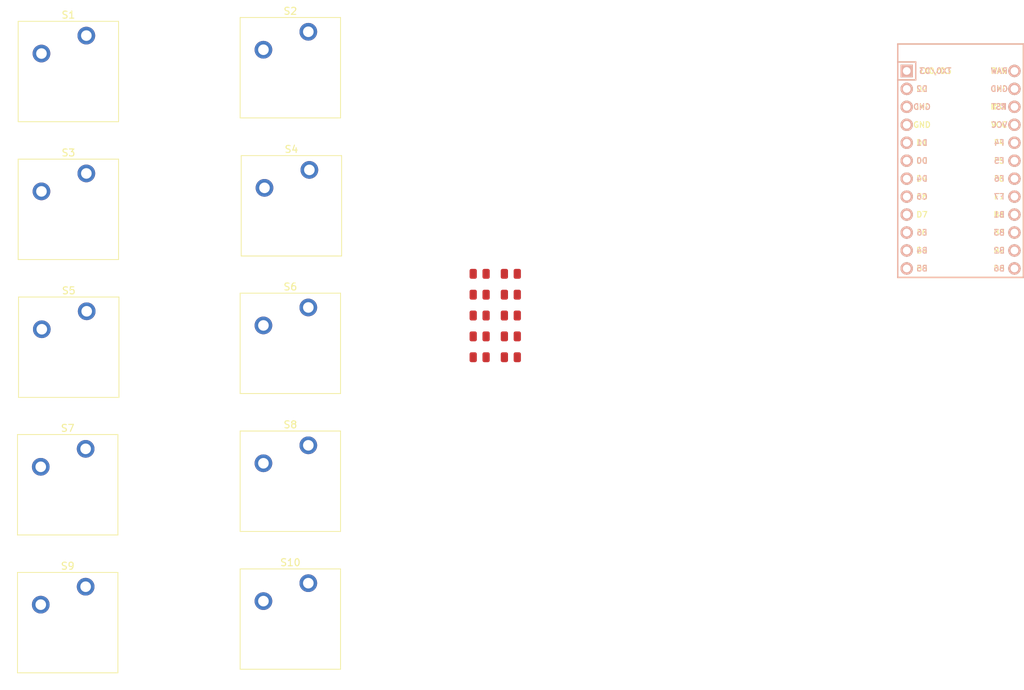
<source format=kicad_pcb>
(kicad_pcb (version 20240108) (generator "pcbnew") (generator_version "8.0")
  (layers (0 "F.Cu" signal) (31 "B.Cu" signal) (34 "B.Paste" user) (35 "F.Paste" user) (36 "B.SilkS" user "B.Silkscreen") (37 "F.SilkS" user "F.Silkscreen") (38 "B.Mask" user) (39 "F.Mask" user) (44 "Edge.Cuts" user))
  (net 0 "")
  (net 1 "Row 0")
  (net 2 "Net-(D1-A)")
  (net 3 "Net-(D2-A)")
  (net 4 "Net-(D3-A)")
  (net 5 "Row 1")
  (net 6 "Net-(D4-A)")
  (net 7 "Row 2")
  (net 8 "Net-(D5-A)")
  (net 9 "Net-(D6-A)")
  (net 10 "Row 3")
  (net 11 "Net-(D7-A)")
  (net 12 "Net-(D8-A)")
  (net 13 "Net-(D9-A)")
  (net 14 "Row 4")
  (net 15 "Net-(D10-A)")
  (net 16 "Col 0")
  (net 17 "col 1")
  (footprint "ScottoKeebs_MX:MX_PCB_1.00u" (layer "F.Cu") (at 104.91 68.58)
    (property "Reference" "S3" (at 0 -8 0) (layer "F.SilkS"))
    (property "Value" "Keyswitch")
    (fp_line (start -7.1 -7.1) (end -7.1 7.1) (stroke (width 0.12)) (layer "F.SilkS"))
    (fp_line (start -7.1 7.1) (end 7.1 7.1) (stroke (width 0.12)) (layer "F.SilkS"))
    (fp_line (start 7.1 -7.1) (end -7.1 -7.1) (stroke (width 0.12)) (layer "F.SilkS"))
    (fp_line (start 7.1 7.1) (end 7.1 -7.1) (stroke (width 0.12)) (layer "F.SilkS"))
    (pad "" np_thru_hole circle (at -5.08 0) (size 1.75 1.75) (drill 1.75) (layers "*.Cu" "*.Mask"))
    (pad "" np_thru_hole circle (at 0 0) (size 4 4) (drill 4) (layers "*.Cu" "*.Mask"))
    (pad "" np_thru_hole circle (at 5.08 0) (size 1.75 1.75) (drill 1.75) (layers "*.Cu" "*.Mask"))
    (pad "1" thru_hole circle (at -3.81 -2.54) (size 2.5 2.5) (drill 1.5) (layers "*.Cu" "*.Mask") (net 16 "Col 0"))
    (pad "2" thru_hole circle (at 2.54 -5.08) (size 2.5 2.5) (drill 1.5) (layers "*.Cu" "*.Mask") (net 4 "Net-(D3-A)"))
  )
  (footprint "ScottoKeebs_MCU:Arduino_Pro_Micro" (layer "F.Cu") (at 231.12 62.97)
    (property "Reference" "U1" (hide yes))
    (property "Value" "Arduino_Pro_Micro" (hide yes))
    (fp_line (start -8.89 -17.78) (end -8.89 15.24) (stroke (width 0.2)) (layer "B.SilkS"))
    (fp_line (start -8.89 15.24) (end 8.89 15.24) (stroke (width 0.2)) (layer "B.SilkS"))
    (fp_line (start -6.35 -15.24) (end -8.89 -15.24) (stroke (width 0.2)) (layer "B.SilkS"))
    (fp_line (start -6.35 -15.24) (end -6.35 -12.7) (stroke (width 0.2)) (layer "B.SilkS"))
    (fp_line (start -6.35 -12.7) (end -8.89 -12.7) (stroke (width 0.2)) (layer "B.SilkS"))
    (fp_line (start 8.89 -17.78) (end -8.89 -17.78) (stroke (width 0.2)) (layer "B.SilkS"))
    (fp_line (start 8.89 15.24) (end 8.89 -17.78) (stroke (width 0.2)) (layer "B.SilkS"))
    (fp_poly (pts (xy 5.844635 -9.35097) (xy 5.844635 -9.25097) (xy 6.344635 -9.25097) (xy 6.344635 -9.35097)) (stroke (width 0.15)) (fill solid) (layer "B.SilkS"))
    (fp_poly (pts (xy 5.844635 -9.35097) (xy 5.844635 -9.05097) (xy 5.944635 -9.05097) (xy 5.944635 -9.35097)) (stroke (width 0.15)) (fill solid) (layer "B.SilkS"))
    (fp_poly (pts (xy 5.844635 -8.75097) (xy 5.844635 -8.55097) (xy 5.944635 -8.55097) (xy 5.944635 -8.75097)) (stroke (width 0.15)) (fill solid) (layer "B.SilkS"))
    (fp_poly (pts (xy 6.044635 -8.95097) (xy 6.044635 -8.85097) (xy 6.144635 -8.85097) (xy 6.144635 -8.95097)) (stroke (width 0.15)) (fill solid) (layer "B.SilkS"))
    (fp_poly (pts (xy 6.244635 -9.35097) (xy 6.244635 -8.55097) (xy 6.344635 -8.55097) (xy 6.344635 -9.35097)) (stroke (width 0.15)) (fill solid) (layer "B.SilkS"))
    (fp_line (start -8.89 -17.78) (end -8.89 15.24) (stroke (width 0.2)) (layer "F.SilkS"))
    (fp_line (start -8.89 15.24) (end 8.89 15.24) (stroke (width 0.2)) (layer "F.SilkS"))
    (fp_line (start -6.35 -15.24) (end -8.89 -15.24) (stroke (width 0.2)) (layer "F.SilkS"))
    (fp_line (start -6.35 -15.24) (end -6.35 -12.7) (stroke (width 0.2)) (layer "F.SilkS"))
    (fp_line (start -6.35 -12.7) (end -8.89 -12.7) (stroke (width 0.2)) (layer "F.SilkS"))
    (fp_line (start 8.89 -17.78) (end -8.89 -17.78) (stroke (width 0.2)) (layer "F.SilkS"))
    (fp_line (start 8.89 15.24) (end 8.89 -17.78) (stroke (width 0.2)) (layer "F.SilkS"))
    (fp_poly (pts (xy 4.531568 -9.36064) (xy 4.531568 -8.56064) (xy 4.431568 -8.56064) (xy 4.431568 -9.36064)) (stroke (width 0.15)) (fill solid) (layer "F.SilkS"))
    (fp_poly (pts (xy 4.731568 -8.96064) (xy 4.731568 -8.86064) (xy 4.631568 -8.86064) (xy 4.631568 -8.96064)) (stroke (width 0.15)) (fill solid) (layer "F.SilkS"))
    (fp_poly (pts (xy 4.931568 -9.36064) (xy 4.931568 -9.26064) (xy 4.431568 -9.26064) (xy 4.431568 -9.36064)) (stroke (width 0.15)) (fill solid) (layer "F.SilkS"))
    (fp_poly (pts (xy 4.931568 -9.36064) (xy 4.931568 -9.06064) (xy 4.831568 -9.06064) (xy 4.831568 -9.36064)) (stroke (width 0.15)) (fill solid) (layer "F.SilkS"))
    (fp_poly (pts (xy 4.931568 -8.76064) (xy 4.931568 -8.56064) (xy 4.831568 -8.56064) (xy 4.831568 -8.76064)) (stroke (width 0.15)) (fill solid) (layer "F.SilkS"))
    (fp_text user "B4" (at -5.461 11.43 0) (layer "B.SilkS") (effects (font (size 0.8 0.8)) (justify mirror)))
    (fp_text user "C6" (at -5.461 3.81 0) (layer "B.SilkS") (effects (font (size 0.8 0.8)) (justify mirror)))
    (fp_text user "GND" (at 5.461 -11.43 0) (layer "B.SilkS") (effects (font (size 0.8 0.8)) (justify mirror)))
    (fp_text user "F6" (at 5.461 1.27 0) (layer "B.SilkS") (effects (font (size 0.8 0.8)) (justify mirror)))
    (fp_text user "TX0/D3" (at -3.571872 -13.97 0) (layer "B.SilkS") (effects (font (size 0.8 0.8)) (justify mirror)))
    (fp_text user "D0" (at -5.461 -1.27 0) (layer "B.SilkS") (effects (font (size 0.8 0.8)) (justify mirror)))
    (fp_text user "D4" (at -5.461 1.27 0) (layer "B.SilkS") (effects (font (size 0.8 0.8)) (justify mirror)))
    (fp_text user "F5" (at 5.461 -1.27 0) (layer "B.SilkS") (effects (font (size 0.8 0.8)) (justify mirror)))
    (fp_text user "D2" (at -5.461 -11.43 0) (layer "B.SilkS") (effects (font (size 0.8 0.8)) (justify mirror)))
    (fp_text user "VCC" (at 5.461 -6.35 0) (layer "B.SilkS") (effects (font (size 0.8 0.8)) (justify mirror)))
    (fp_text user "B5" (at -5.461 13.97 0) (layer "B.SilkS") (effects (font (size 0.8 0.8)) (justify mirror)))
    (fp_text user "B6" (at 5.461 13.97 0) (layer "B.SilkS") (effects (font (size 0.8 0.8)) (justify mirror)))
    (fp_text user "RAW" (at 5.461 -13.97 0) (layer "B.SilkS") (effects (font (size 0.8 0.8)) (justify mirror)))
    (fp_text user "ST" (at 5.04 -8.91 0) (layer "B.SilkS") (effects (font (size 0.8 0.8)) (justify mirror)))
    (fp_text user "B3" (at 5.461 8.89 0) (layer "B.SilkS") (effects (font (size 0.8 0.8)) (justify mirror)))
    (fp_text user "D1" (at -5.461 -3.81 0) (layer "B.SilkS") (effects (font (size 0.8 0.8)) (justify mirror)))
    (fp_text user "E6" (at -5.461 8.89 0) (layer "B.SilkS") (effects (font (size 0.8 0.8)) (justify mirror)))
    (fp_text user "B1" (at 5.461 6.35 0) (layer "B.SilkS") (effects (font (size 0.8 0.8)) (justify mirror)))
    (fp_text user "F4" (at 5.461 -3.81 0) (layer "B.SilkS") (effects (font (size 0.8 0.8)) (justify mirror)))
    (fp_text user "GND" (at -5.461 -8.89 0) (layer "B.SilkS") (effects (font (size 0.8 0.8)) (justify mirror)))
    (fp_text user "B2" (at 5.461 11.43 0) (layer "B.SilkS") (effects (font (size 0.8 0.8)) (justify mirror)))
    (fp_text user "F7" (at 5.461 3.81 0) (layer "B.SilkS") (effects (font (size 0.8 0.8)) (justify mirror)))
    (fp_text user "B1" (at 5.461 6.35 0) (layer "F.SilkS") (effects (font (size 0.8 0.8))))
    (fp_text user "F6" (at 5.461 1.27 0) (layer "F.SilkS") (effects (font (size 0.8 0.8))))
    (fp_text user "B3" (at 5.461 8.89 0) (layer "F.SilkS") (effects (font (size 0.8 0.8))))
    (fp_text user "B4" (at -5.461 11.43 0) (layer "F.SilkS") (effects (font (size 0.8 0.8))))
    (fp_text user "F5" (at 5.461 -1.27 0) (layer "F.SilkS") (effects (font (size 0.8 0.8))))
    (fp_text user "ST" (at 5.73312 -8.92 0) (layer "F.SilkS") (effects (font (size 0.8 0.8))))
    (fp_text user "C6" (at -5.461 3.81 0) (layer "F.SilkS") (effects (font (size 0.8 0.8))))
    (fp_text user "B6" (at 5.461 13.97 0) (layer "F.SilkS") (effects (font (size 0.8 0.8))))
    (fp_text user "RAW" (at 5.461 -13.97 0) (layer "F.SilkS") (effects (font (size 0.8 0.8))))
    (fp_text user "F4" (at 5.461 -3.81 0) (layer "F.SilkS") (effects (font (size 0.8 0.8))))
    (fp_text user "VCC" (at 5.461 -6.35 0) (layer "F.SilkS") (effects (font (size 0.8 0.8))))
    (fp_text user "D4" (at -5.461 1.27 0) (layer "F.SilkS") (effects (font (size 0.8 0.8))))
    (fp_text user "GND" (at -5.461 -6.35 0) (layer "F.SilkS") (effects (font (size 0.8 0.8))))
    (fp_text user "D7" (at -5.461 6.35 0) (layer "F.SilkS") (effects (font (size 0.8 0.8))))
    (fp_text user "E6" (at -5.461 8.89 0) (layer "F.SilkS") (effects (font (size 0.8 0.8))))
    (fp_text user "TX0/D3" (at -3.571872 -13.97 0) (layer "F.SilkS") (effects (font (size 0.8 0.8))))
    (fp_text user "D2" (at -5.461 -11.43 0) (layer "F.SilkS") (effects (font (size 0.8 0.8))))
    (fp_text user "B5" (at -5.461 13.97 0) (layer "F.SilkS") (effects (font (size 0.8 0.8))))
    (fp_text user "D0" (at -5.461 -1.27 0) (layer "F.SilkS") (effects (font (size 0.8 0.8))))
    (fp_text user "B2" (at 5.461 11.43 0) (layer "F.SilkS") (effects (font (size 0.8 0.8))))
    (fp_text user "GND" (at 5.461 -11.43 0) (layer "F.SilkS") (effects (font (size 0.8 0.8))))
    (fp_text user "D1" (at -5.461 -3.81 0) (layer "F.SilkS") (effects (font (size 0.8 0.8))))
    (fp_text user "GND" (at -5.461 -8.89 0) (layer "F.SilkS") (effects (font (size 0.8 0.8))))
    (fp_text user "F7" (at 5.461 3.81 0) (layer "F.SilkS") (effects (font (size 0.8 0.8))))
    (pad "1" thru_hole rect (at -7.62 -13.97 270) (size 1.7526 1.7526) (drill 1.0922) (layers "*.Cu" "*.SilkS" "*.Mask"))
    (pad "2" thru_hole circle (at -7.62 -11.43 270) (size 1.7526 1.7526) (drill 1.0922) (layers "*.Cu" "*.SilkS" "*.Mask"))
    (pad "3" thru_hole circle (at -7.62 -8.89 270) (size 1.7526 1.7526) (drill 1.0922) (layers "*.Cu" "*.SilkS" "*.Mask"))
    (pad "4" thru_hole circle (at -7.62 -6.35 270) (size 1.7526 1.7526) (drill 1.0922) (layers "*.Cu" "*.SilkS" "*.Mask"))
    (pad "5" thru_hole circle (at -7.62 -3.81 270) (size 1.7526 1.7526) (drill 1.0922) (layers "*.Cu" "*.SilkS" "*.Mask") (net 17 "col 1"))
    (pad "6" thru_hole circle (at -7.62 -1.27 270) (size 1.7526 1.7526) (drill 1.0922) (layers "*.Cu" "*.SilkS" "*.Mask") (net 16 "Col 0"))
    (pad "7" thru_hole circle (at -7.62 1.27 270) (size 1.7526 1.7526) (drill 1.0922) (layers "*.Cu" "*.SilkS" "*.Mask") (net 10 "Row 3"))
    (pad "8" thru_hole circle (at -7.62 3.81 270) (size 1.7526 1.7526) (drill 1.0922) (layers "*.Cu" "*.SilkS" "*.Mask") (net 7 "Row 2"))
    (pad "9" thru_hole circle (at -7.62 6.35 270) (size 1.7526 1.7526) (drill 1.0922) (layers "*.Cu" "*.SilkS" "*.Mask") (net 14 "Row 4"))
    (pad "10" thru_hole circle (at -7.62 8.89 270) (size 1.7526 1.7526) (drill 1.0922) (layers "*.Cu" "*.SilkS" "*.Mask") (net 5 "Row 1"))
    (pad "11" thru_hole circle (at -7.62 11.43 270) (size 1.7526 1.7526) (drill 1.0922) (layers "*.Cu" "*.SilkS" "*.Mask") (net 1 "Row 0"))
    (pad "12" thru_hole circle (at -7.62 13.97 270) (size 1.7526 1.7526) (drill 1.0922) (layers "*.Cu" "*.SilkS" "*.Mask"))
    (pad "13" thru_hole circle (at 7.62 13.97 270) (size 1.7526 1.7526) (drill 1.0922) (layers "*.Cu" "*.SilkS" "*.Mask"))
    (pad "14" thru_hole circle (at 7.62 11.43 270) (size 1.7526 1.7526) (drill 1.0922) (layers "*.Cu" "*.SilkS" "*.Mask"))
    (pad "15" thru_hole circle (at 7.62 8.89 270) (size 1.7526 1.7526) (drill 1.0922) (layers "*.Cu" "*.SilkS" "*.Mask"))
    (pad "16" thru_hole circle (at 7.62 6.35 270) (size 1.7526 1.7526) (drill 1.0922) (layers "*.Cu" "*.SilkS" "*.Mask"))
    (pad "17" thru_hole circle (at 7.62 3.81 270) (size 1.7526 1.7526) (drill 1.0922) (layers "*.Cu" "*.SilkS" "*.Mask"))
    (pad "18" thru_hole circle (at 7.62 1.27 270) (size 1.7526 1.7526) (drill 1.0922) (layers "*.Cu" "*.SilkS" "*.Mask"))
    (pad "19" thru_hole circle (at 7.62 -1.27 270) (size 1.7526 1.7526) (drill 1.0922) (layers "*.Cu" "*.SilkS" "*.Mask"))
    (pad "20" thru_hole circle (at 7.62 -3.81 270) (size 1.7526 1.7526) (drill 1.0922) (layers "*.Cu" "*.SilkS" "*.Mask"))
    (pad "21" thru_hole circle (at 7.62 -6.35 270) (size 1.7526 1.7526) (drill 1.0922) (layers "*.Cu" "*.SilkS" "*.Mask"))
    (pad "22" thru_hole circle (at 7.62 -8.89 270) (size 1.7526 1.7526) (drill 1.0922) (layers "*.Cu" "*.SilkS" "*.Mask"))
    (pad "23" thru_hole circle (at 7.62 -11.43 270) (size 1.7526 1.7526) (drill 1.0922) (layers "*.Cu" "*.SilkS" "*.Mask"))
    (pad "24" thru_hole circle (at 7.62 -13.97 270) (size 1.7526 1.7526) (drill 1.0922) (layers "*.Cu" "*.SilkS" "*.Mask"))
  )
  (footprint "ScottoKeebs_Components:Resistor_0805" (layer "F.Cu") (at 167.4975 77.7)
    (property "Reference" "D6" (hide yes))
    (property "Value" "US2AA" (hide yes))
    (pad "1" smd roundrect (at -0.9125 0) (size 1.025 1.4) (layers "F.Cu" "F.Paste" "F.Mask") (roundrect_rratio 0.243902) (net 7 "Row 2"))
    (pad "2" smd roundrect (at 0.9125 0) (size 1.025 1.4) (layers "F.Cu" "F.Paste" "F.Mask") (roundrect_rratio 0.243902) (net 9 "Net-(D6-A)"))
  )
  (footprint "ScottoKeebs_Components:Resistor_0805" (layer "F.Cu") (at 167.4975 80.65)
    (property "Reference" "D7" (hide yes))
    (property "Value" "US2AA" (hide yes))
    (pad "1" smd roundrect (at -0.9125 0) (size 1.025 1.4) (layers "F.Cu" "F.Paste" "F.Mask") (roundrect_rratio 0.243902) (net 10 "Row 3"))
    (pad "2" smd roundrect (at 0.9125 0) (size 1.025 1.4) (layers "F.Cu" "F.Paste" "F.Mask") (roundrect_rratio 0.243902) (net 11 "Net-(D7-A)"))
  )
  (footprint "ScottoKeebs_Components:Resistor_0805" (layer "F.Cu") (at 163.0875 83.6)
    (property "Reference" "D3" (hide yes))
    (property "Value" "US2AA" (hide yes))
    (pad "1" smd roundrect (at -0.9125 0) (size 1.025 1.4) (layers "F.Cu" "F.Paste" "F.Mask") (roundrect_rratio 0.243902) (net 5 "Row 1"))
    (pad "2" smd roundrect (at 0.9125 0) (size 1.025 1.4) (layers "F.Cu" "F.Paste" "F.Mask") (roundrect_rratio 0.243902) (net 4 "Net-(D3-A)"))
  )
  (footprint "ScottoKeebs_Components:Resistor_0805" (layer "F.Cu") (at 163.0875 77.7)
    (property "Reference" "D1" (hide yes))
    (property "Value" "US2AA" (hide yes))
    (pad "1" smd roundrect (at -0.9125 0) (size 1.025 1.4) (layers "F.Cu" "F.Paste" "F.Mask") (roundrect_rratio 0.243902) (net 1 "Row 0"))
    (pad "2" smd roundrect (at 0.9125 0) (size 1.025 1.4) (layers "F.Cu" "F.Paste" "F.Mask") (roundrect_rratio 0.243902) (net 2 "Net-(D1-A)"))
  )
  (footprint "ScottoKeebs_MX:MX_PCB_1.00u" (layer "F.Cu") (at 104.81 127.04)
    (property "Reference" "S9" (at 0 -8 0) (layer "F.SilkS"))
    (property "Value" "Keyswitch")
    (fp_line (start -7.1 -7.1) (end -7.1 7.1) (stroke (width 0.12)) (layer "F.SilkS"))
    (fp_line (start -7.1 7.1) (end 7.1 7.1) (stroke (width 0.12)) (layer "F.SilkS"))
    (fp_line (start 7.1 -7.1) (end -7.1 -7.1) (stroke (width 0.12)) (layer "F.SilkS"))
    (fp_line (start 7.1 7.1) (end 7.1 -7.1) (stroke (width 0.12)) (layer "F.SilkS"))
    (pad "" np_thru_hole circle (at -5.08 0) (size 1.75 1.75) (drill 1.75) (layers "*.Cu" "*.Mask"))
    (pad "" np_thru_hole circle (at 0 0) (size 4 4) (drill 4) (layers "*.Cu" "*.Mask"))
    (pad "" np_thru_hole circle (at 5.08 0) (size 1.75 1.75) (drill 1.75) (layers "*.Cu" "*.Mask"))
    (pad "1" thru_hole circle (at -3.81 -2.54) (size 2.5 2.5) (drill 1.5) (layers "*.Cu" "*.Mask") (net 16 "Col 0"))
    (pad "2" thru_hole circle (at 2.54 -5.08) (size 2.5 2.5) (drill 1.5) (layers "*.Cu" "*.Mask") (net 13 "Net-(D9-A)"))
  )
  (footprint "ScottoKeebs_Components:Resistor_0805" (layer "F.Cu") (at 163.0875 89.5)
    (property "Reference" "D5" (hide yes))
    (property "Value" "US2AA" (hide yes))
    (pad "1" smd roundrect (at -0.9125 0) (size 1.025 1.4) (layers "F.Cu" "F.Paste" "F.Mask") (roundrect_rratio 0.243902) (net 7 "Row 2"))
    (pad "2" smd roundrect (at 0.9125 0) (size 1.025 1.4) (layers "F.Cu" "F.Paste" "F.Mask") (roundrect_rratio 0.243902) (net 8 "Net-(D5-A)"))
  )
  (footprint "ScottoKeebs_MX:MX_PCB_1.00u" (layer "F.Cu") (at 104.96 88.08)
    (property "Reference" "S5" (at 0 -8 0) (layer "F.SilkS"))
    (property "Value" "Keyswitch")
    (fp_line (start -7.1 -7.1) (end -7.1 7.1) (stroke (width 0.12)) (layer "F.SilkS"))
    (fp_line (start -7.1 7.1) (end 7.1 7.1) (stroke (width 0.12)) (layer "F.SilkS"))
    (fp_line (start 7.1 -7.1) (end -7.1 -7.1) (stroke (width 0.12)) (layer "F.SilkS"))
    (fp_line (start 7.1 7.1) (end 7.1 -7.1) (stroke (width 0.12)) (layer "F.SilkS"))
    (pad "" np_thru_hole circle (at -5.08 0) (size 1.75 1.75) (drill 1.75) (layers "*.Cu" "*.Mask"))
    (pad "" np_thru_hole circle (at 0 0) (size 4 4) (drill 4) (layers "*.Cu" "*.Mask"))
    (pad "" np_thru_hole circle (at 5.08 0) (size 1.75 1.75) (drill 1.75) (layers "*.Cu" "*.Mask"))
    (pad "1" thru_hole circle (at -3.81 -2.54) (size 2.5 2.5) (drill 1.5) (layers "*.Cu" "*.Mask") (net 16 "Col 0"))
    (pad "2" thru_hole circle (at 2.54 -5.08) (size 2.5 2.5) (drill 1.5) (layers "*.Cu" "*.Mask") (net 8 "Net-(D5-A)"))
  )
  (footprint "ScottoKeebs_Components:Resistor_0805" (layer "F.Cu") (at 163.0875 86.55)
    (property "Reference" "D4" (hide yes))
    (property "Value" "US2AA" (hide yes))
    (pad "1" smd roundrect (at -0.9125 0) (size 1.025 1.4) (layers "F.Cu" "F.Paste" "F.Mask") (roundrect_rratio 0.243902) (net 5 "Row 1"))
    (pad "2" smd roundrect (at 0.9125 0) (size 1.025 1.4) (layers "F.Cu" "F.Paste" "F.Mask") (roundrect_rratio 0.243902) (net 6 "Net-(D4-A)"))
  )
  (footprint "ScottoKeebs_Components:Resistor_0805" (layer "F.Cu") (at 167.4975 86.55)
    (property "Reference" "D9" (hide yes))
    (property "Value" "US2AA" (hide yes))
    (pad "1" smd roundrect (at -0.9125 0) (size 1.025 1.4) (layers "F.Cu" "F.Paste" "F.Mask") (roundrect_rratio 0.243902) (net 14 "Row 4"))
    (pad "2" smd roundrect (at 0.9125 0) (size 1.025 1.4) (layers "F.Cu" "F.Paste" "F.Mask") (roundrect_rratio 0.243902) (net 13 "Net-(D9-A)"))
  )
  (footprint "ScottoKeebs_MX:MX_PCB_1.00u" (layer "F.Cu") (at 136.31 87.54)
    (property "Reference" "S6" (at 0 -8 0) (layer "F.SilkS"))
    (property "Value" "Keyswitch")
    (fp_line (start -7.1 -7.1) (end -7.1 7.1) (stroke (width 0.12)) (layer "F.SilkS"))
    (fp_line (start -7.1 7.1) (end 7.1 7.1) (stroke (width 0.12)) (layer "F.SilkS"))
    (fp_line (start 7.1 -7.1) (end -7.1 -7.1) (stroke (width 0.12)) (layer "F.SilkS"))
    (fp_line (start 7.1 7.1) (end 7.1 -7.1) (stroke (width 0.12)) (layer "F.SilkS"))
    (pad "" np_thru_hole circle (at -5.08 0) (size 1.75 1.75) (drill 1.75) (layers "*.Cu" "*.Mask"))
    (pad "" np_thru_hole circle (at 0 0) (size 4 4) (drill 4) (layers "*.Cu" "*.Mask"))
    (pad "" np_thru_hole circle (at 5.08 0) (size 1.75 1.75) (drill 1.75) (layers "*.Cu" "*.Mask"))
    (pad "1" thru_hole circle (at -3.81 -2.54) (size 2.5 2.5) (drill 1.5) (layers "*.Cu" "*.Mask") (net 17 "col 1"))
    (pad "2" thru_hole circle (at 2.54 -5.08) (size 2.5 2.5) (drill 1.5) (layers "*.Cu" "*.Mask") (net 9 "Net-(D6-A)"))
  )
  (footprint "ScottoKeebs_MX:MX_PCB_1.00u" (layer "F.Cu") (at 136.31 107.04)
    (property "Reference" "S8" (at 0 -8 0) (layer "F.SilkS"))
    (property "Value" "Keyswitch")
    (fp_line (start -7.1 -7.1) (end -7.1 7.1) (stroke (width 0.12)) (layer "F.SilkS"))
    (fp_line (start -7.1 7.1) (end 7.1 7.1) (stroke (width 0.12)) (layer "F.SilkS"))
    (fp_line (start 7.1 -7.1) (end -7.1 -7.1) (stroke (width 0.12)) (layer "F.SilkS"))
    (fp_line (start 7.1 7.1) (end 7.1 -7.1) (stroke (width 0.12)) (layer "F.SilkS"))
    (pad "" np_thru_hole circle (at -5.08 0) (size 1.75 1.75) (drill 1.75) (layers "*.Cu" "*.Mask"))
    (pad "" np_thru_hole circle (at 0 0) (size 4 4) (drill 4) (layers "*.Cu" "*.Mask"))
    (pad "" np_thru_hole circle (at 5.08 0) (size 1.75 1.75) (drill 1.75) (layers "*.Cu" "*.Mask"))
    (pad "1" thru_hole circle (at -3.81 -2.54) (size 2.5 2.5) (drill 1.5) (layers "*.Cu" "*.Mask") (net 17 "col 1"))
    (pad "2" thru_hole circle (at 2.54 -5.08) (size 2.5 2.5) (drill 1.5) (layers "*.Cu" "*.Mask") (net 12 "Net-(D8-A)"))
  )
  (footprint "ScottoKeebs_MX:MX_PCB_1.00u" (layer "F.Cu") (at 136.31 48.54)
    (property "Reference" "S2" (at 0 -8 0) (layer "F.SilkS"))
    (property "Value" "Keyswitch")
    (fp_line (start -7.1 -7.1) (end -7.1 7.1) (stroke (width 0.12)) (layer "F.SilkS"))
    (fp_line (start -7.1 7.1) (end 7.1 7.1) (stroke (width 0.12)) (layer "F.SilkS"))
    (fp_line (start 7.1 -7.1) (end -7.1 -7.1) (stroke (width 0.12)) (layer "F.SilkS"))
    (fp_line (start 7.1 7.1) (end 7.1 -7.1) (stroke (width 0.12)) (layer "F.SilkS"))
    (pad "" np_thru_hole circle (at -5.08 0) (size 1.75 1.75) (drill 1.75) (layers "*.Cu" "*.Mask"))
    (pad "" np_thru_hole circle (at 0 0) (size 4 4) (drill 4) (layers "*.Cu" "*.Mask"))
    (pad "" np_thru_hole circle (at 5.08 0) (size 1.75 1.75) (drill 1.75) (layers "*.Cu" "*.Mask"))
    (pad "1" thru_hole circle (at -3.81 -2.54) (size 2.5 2.5) (drill 1.5) (layers "*.Cu" "*.Mask") (net 17 "col 1"))
    (pad "2" thru_hole circle (at 2.54 -5.08) (size 2.5 2.5) (drill 1.5) (layers "*.Cu" "*.Mask") (net 3 "Net-(D2-A)"))
  )
  (footprint "ScottoKeebs_MX:MX_PCB_1.00u" (layer "F.Cu") (at 136.31 126.54)
    (property "Reference" "S10" (at 0 -8 0) (layer "F.SilkS"))
    (property "Value" "Keyswitch")
    (fp_line (start -7.1 -7.1) (end -7.1 7.1) (stroke (width 0.12)) (layer "F.SilkS"))
    (fp_line (start -7.1 7.1) (end 7.1 7.1) (stroke (width 0.12)) (layer "F.SilkS"))
    (fp_line (start 7.1 -7.1) (end -7.1 -7.1) (stroke (width 0.12)) (layer "F.SilkS"))
    (fp_line (start 7.1 7.1) (end 7.1 -7.1) (stroke (width 0.12)) (layer "F.SilkS"))
    (pad "" np_thru_hole circle (at -5.08 0) (size 1.75 1.75) (drill 1.75) (layers "*.Cu" "*.Mask"))
    (pad "" np_thru_hole circle (at 0 0) (size 4 4) (drill 4) (layers "*.Cu" "*.Mask"))
    (pad "" np_thru_hole circle (at 5.08 0) (size 1.75 1.75) (drill 1.75) (layers "*.Cu" "*.Mask"))
    (pad "1" thru_hole circle (at -3.81 -2.54) (size 2.5 2.5) (drill 1.5) (layers "*.Cu" "*.Mask") (net 17 "col 1"))
    (pad "2" thru_hole circle (at 2.54 -5.08) (size 2.5 2.5) (drill 1.5) (layers "*.Cu" "*.Mask") (net 15 "Net-(D10-A)"))
  )
  (footprint "ScottoKeebs_Components:Resistor_0805" (layer "F.Cu") (at 163.0875 80.65)
    (property "Reference" "D2" (hide yes))
    (property "Value" "US2AA" (hide yes))
    (pad "1" smd roundrect (at -0.9125 0) (size 1.025 1.4) (layers "F.Cu" "F.Paste" "F.Mask") (roundrect_rratio 0.243902) (net 1 "Row 0"))
    (pad "2" smd roundrect (at 0.9125 0) (size 1.025 1.4) (layers "F.Cu" "F.Paste" "F.Mask") (roundrect_rratio 0.243902) (net 3 "Net-(D2-A)"))
  )
  (footprint "ScottoKeebs_MX:MX_PCB_1.00u" (layer "F.Cu") (at 104.91 49.08)
    (property "Reference" "S1" (at 0 -8 0) (layer "F.SilkS"))
    (property "Value" "Keyswitch")
    (fp_line (start -7.1 -7.1) (end -7.1 7.1) (stroke (width 0.12)) (layer "F.SilkS"))
    (fp_line (start -7.1 7.1) (end 7.1 7.1) (stroke (width 0.12)) (layer "F.SilkS"))
    (fp_line (start 7.1 -7.1) (end -7.1 -7.1) (stroke (width 0.12)) (layer "F.SilkS"))
    (fp_line (start 7.1 7.1) (end 7.1 -7.1) (stroke (width 0.12)) (layer "F.SilkS"))
    (pad "" np_thru_hole circle (at -5.08 0) (size 1.75 1.75) (drill 1.75) (layers "*.Cu" "*.Mask"))
    (pad "" np_thru_hole circle (at 0 0) (size 4 4) (drill 4) (layers "*.Cu" "*.Mask"))
    (pad "" np_thru_hole circle (at 5.08 0) (size 1.75 1.75) (drill 1.75) (layers "*.Cu" "*.Mask"))
    (pad "1" thru_hole circle (at -3.81 -2.54) (size 2.5 2.5) (drill 1.5) (layers "*.Cu" "*.Mask") (net 16 "Col 0"))
    (pad "2" thru_hole circle (at 2.54 -5.08) (size 2.5 2.5) (drill 1.5) (layers "*.Cu" "*.Mask") (net 2 "Net-(D1-A)"))
  )
  (footprint "ScottoKeebs_MX:MX_PCB_1.00u" (layer "F.Cu") (at 136.46 68.08)
    (property "Reference" "S4" (at 0 -8 0) (layer "F.SilkS"))
    (property "Value" "Keyswitch")
    (fp_line (start -7.1 -7.1) (end -7.1 7.1) (stroke (width 0.12)) (layer "F.SilkS"))
    (fp_line (start -7.1 7.1) (end 7.1 7.1) (stroke (width 0.12)) (layer "F.SilkS"))
    (fp_line (start 7.1 -7.1) (end -7.1 -7.1) (stroke (width 0.12)) (layer "F.SilkS"))
    (fp_line (start 7.1 7.1) (end 7.1 -7.1) (stroke (width 0.12)) (layer "F.SilkS"))
    (pad "" np_thru_hole circle (at -5.08 0) (size 1.75 1.75) (drill 1.75) (layers "*.Cu" "*.Mask"))
    (pad "" np_thru_hole circle (at 0 0) (size 4 4) (drill 4) (layers "*.Cu" "*.Mask"))
    (pad "" np_thru_hole circle (at 5.08 0) (size 1.75 1.75) (drill 1.75) (layers "*.Cu" "*.Mask"))
    (pad "1" thru_hole circle (at -3.81 -2.54) (size 2.5 2.5) (drill 1.5) (layers "*.Cu" "*.Mask") (net 17 "col 1"))
    (pad "2" thru_hole circle (at 2.54 -5.08) (size 2.5 2.5) (drill 1.5) (layers "*.Cu" "*.Mask") (net 6 "Net-(D4-A)"))
  )
  (footprint "ScottoKeebs_Components:Resistor_0805" (layer "F.Cu") (at 167.4975 83.6)
    (property "Reference" "D8" (hide yes))
    (property "Value" "US2AA" (hide yes))
    (pad "1" smd roundrect (at -0.9125 0) (size 1.025 1.4) (layers "F.Cu" "F.Paste" "F.Mask") (roundrect_rratio 0.243902) (net 10 "Row 3"))
    (pad "2" smd roundrect (at 0.9125 0) (size 1.025 1.4) (layers "F.Cu" "F.Paste" "F.Mask") (roundrect_rratio 0.243902) (net 12 "Net-(D8-A)"))
  )
  (footprint "ScottoKeebs_MX:MX_PCB_1.00u" (layer "F.Cu") (at 104.81 107.54)
    (property "Reference" "S7" (at 0 -8 0) (layer "F.SilkS"))
    (property "Value" "Keyswitch")
    (fp_line (start -7.1 -7.1) (end -7.1 7.1) (stroke (width 0.12)) (layer "F.SilkS"))
    (fp_line (start -7.1 7.1) (end 7.1 7.1) (stroke (width 0.12)) (layer "F.SilkS"))
    (fp_line (start 7.1 -7.1) (end -7.1 -7.1) (stroke (width 0.12)) (layer "F.SilkS"))
    (fp_line (start 7.1 7.1) (end 7.1 -7.1) (stroke (width 0.12)) (layer "F.SilkS"))
    (pad "" np_thru_hole circle (at -5.08 0) (size 1.75 1.75) (drill 1.75) (layers "*.Cu" "*.Mask"))
    (pad "" np_thru_hole circle (at 0 0) (size 4 4) (drill 4) (layers "*.Cu" "*.Mask"))
    (pad "" np_thru_hole circle (at 5.08 0) (size 1.75 1.75) (drill 1.75) (layers "*.Cu" "*.Mask"))
    (pad "1" thru_hole circle (at -3.81 -2.54) (size 2.5 2.5) (drill 1.5) (layers "*.Cu" "*.Mask") (net 16 "Col 0"))
    (pad "2" thru_hole circle (at 2.54 -5.08) (size 2.5 2.5) (drill 1.5) (layers "*.Cu" "*.Mask") (net 11 "Net-(D7-A)"))
  )
  (footprint "ScottoKeebs_Components:Resistor_0805" (layer "F.Cu") (at 167.4975 89.5)
    (property "Reference" "D10" (hide yes))
    (property "Value" "US2AA" (hide yes))
    (pad "1" smd roundrect (at -0.9125 0) (size 1.025 1.4) (layers "F.Cu" "F.Paste" "F.Mask") (roundrect_rratio 0.243902) (net 14 "Row 4"))
    (pad "2" smd roundrect (at 0.9125 0) (size 1.025 1.4) (layers "F.Cu" "F.Paste" "F.Mask") (roundrect_rratio 0.243902) (net 15 "Net-(D10-A)"))
  )
)
</source>
